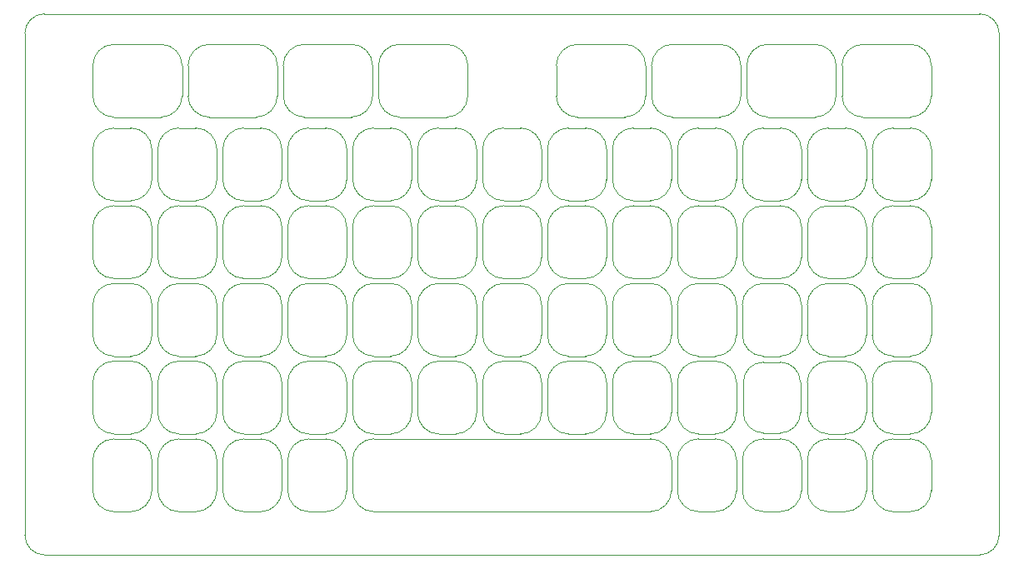
<source format=gbp>
G04*
G04 #@! TF.GenerationSoftware,Altium Limited,Altium Designer,24.6.1 (21)*
G04*
G04 Layer_Color=128*
%FSLAX25Y25*%
%MOIN*%
G70*
G04*
G04 #@! TF.SameCoordinates,2EFCF5D3-F3DF-4BA1-BCA7-63EA5DCA57C7*
G04*
G04*
G04 #@! TF.FilePolarity,Positive*
G04*
G01*
G75*
%ADD10C,0.00394*%
D10*
X261649Y-125197D02*
G03*
X270113Y-116732I-0J8465D01*
G01*
X261649Y-156299D02*
G03*
X270113Y-147835I-0J8465D01*
G01*
X235665Y-125197D02*
G03*
X244129Y-116732I-0J8465D01*
G01*
X246492D02*
G03*
X254956Y-125197I8465J-0D01*
G01*
X270113Y-135630D02*
G03*
X261649Y-127165I-8465J0D01*
G01*
X235665Y-156299D02*
G03*
X244129Y-147835I-0J8465D01*
G01*
Y-135630D02*
G03*
X235665Y-127165I-8465J0D01*
G01*
X254956D02*
G03*
X246492Y-135630I0J-8465D01*
G01*
Y-147835D02*
G03*
X254956Y-156299I8465J-0D01*
G01*
X270113Y-104528D02*
G03*
X261649Y-96063I-8465J0D01*
G01*
Y-94095D02*
G03*
X270113Y-85630I0J8465D01*
G01*
X246492D02*
G03*
X254956Y-94095I8465J0D01*
G01*
X244129Y-104528D02*
G03*
X235665Y-96063I-8465J0D01*
G01*
X254956D02*
G03*
X246492Y-104528I0J-8465D01*
G01*
X235665Y-94095D02*
G03*
X244129Y-85630I0J8465D01*
G01*
X228972Y-127165D02*
G03*
X220507Y-135630I0J-8465D01*
G01*
X220507Y-85630D02*
G03*
X228972Y-94095I8465J0D01*
G01*
X220507Y-116732D02*
G03*
X228972Y-125197I8465J-0D01*
G01*
X220507Y-147835D02*
G03*
X228972Y-156299I8465J-0D01*
G01*
Y-96063D02*
G03*
X220507Y-104528I0J-8465D01*
G01*
X228972Y-33858D02*
G03*
X220507Y-42323I0J-8465D01*
G01*
X254956Y-33858D02*
G03*
X246492Y-42323I0J-8465D01*
G01*
X270113D02*
G03*
X261649Y-33858I-8465J0D01*
G01*
X280940D02*
G03*
X272476Y-42323I0J-8465D01*
G01*
X244129Y-42323D02*
G03*
X235665Y-33858I-8465J0D01*
G01*
X280940Y-64961D02*
G03*
X272476Y-73425I-0J-8465D01*
G01*
X228972Y-64961D02*
G03*
X220507Y-73425I0J-8465D01*
G01*
X261649Y-62992D02*
G03*
X270113Y-54528I0J8465D01*
G01*
X246492D02*
G03*
X254956Y-62992I8465J0D01*
G01*
X270113Y-73425D02*
G03*
X261649Y-64961I-8465J0D01*
G01*
X272476Y-54528D02*
G03*
X280940Y-62992I8465J0D01*
G01*
X254956Y-64961D02*
G03*
X246492Y-73425I0J-8465D01*
G01*
X244129D02*
G03*
X235665Y-64961I-8465J0D01*
G01*
Y-62992D02*
G03*
X244129Y-54528I0J8465D01*
G01*
X220507D02*
G03*
X228972Y-62992I8465J0D01*
G01*
X272476Y-116732D02*
G03*
X280940Y-125197I8465J0D01*
G01*
Y-96063D02*
G03*
X272476Y-104528I0J-8465D01*
G01*
Y-147835D02*
G03*
X280940Y-156299I8465J0D01*
G01*
X272476Y-85630D02*
G03*
X280940Y-94095I8465J0D01*
G01*
X280940Y-127165D02*
G03*
X272476Y-135630I0J-8465D01*
G01*
X287633Y-156299D02*
G03*
X296098Y-147835I0J8465D01*
G01*
Y-135630D02*
G03*
X287633Y-127165I-8465J0D01*
G01*
X296098Y-104528D02*
G03*
X287633Y-96063I-8465J0D01*
G01*
X287633Y-94095D02*
G03*
X296098Y-85630I0J8465D01*
G01*
X287633Y-125197D02*
G03*
X296098Y-116732I0J8465D01*
G01*
Y-42323D02*
G03*
X287633Y-33858I-8465J0D01*
G01*
X287633Y-62992D02*
G03*
X296098Y-54528I0J8465D01*
G01*
Y-73425D02*
G03*
X287633Y-64961I-8465J-0D01*
G01*
X339602Y-94095D02*
G03*
X348066Y-85630I0J8465D01*
G01*
X348066Y-104528D02*
G03*
X339602Y-96063I-8465J0D01*
G01*
Y-125197D02*
G03*
X348066Y-116732I0J8465D01*
G01*
X477988Y-73425D02*
G03*
X469523Y-64961I-8465J-0D01*
G01*
Y-62992D02*
G03*
X477988Y-54528I0J8465D01*
G01*
X469523Y-94095D02*
G03*
X477988Y-85630I0J8465D01*
G01*
X454365Y-85630D02*
G03*
X462830Y-94095I8465J0D01*
G01*
X391570Y-125197D02*
G03*
X400035Y-116732I-0J8465D01*
G01*
X391570Y-94095D02*
G03*
X400035Y-85630I0J8465D01*
G01*
X400035Y-104528D02*
G03*
X391570Y-96063I-8465J0D01*
G01*
X410862Y-96063D02*
G03*
X402397Y-104528I0J-8465D01*
G01*
Y-116732D02*
G03*
X410862Y-125197I8465J0D01*
G01*
X402397Y-85630D02*
G03*
X410862Y-94095I8465J0D01*
G01*
X313617Y-62992D02*
G03*
X322082Y-54528I0J8465D01*
G01*
Y-73425D02*
G03*
X313617Y-64961I-8465J-0D01*
G01*
X322082Y-104528D02*
G03*
X313617Y-96063I-8465J0D01*
G01*
Y-125197D02*
G03*
X322082Y-116732I0J8465D01*
G01*
X313617Y-94095D02*
G03*
X322082Y-85630I0J8465D01*
G01*
X324444Y-116732D02*
G03*
X332909Y-125197I8465J0D01*
G01*
X324444Y-85630D02*
G03*
X332909Y-94095I8465J0D01*
G01*
X332909Y-96063D02*
G03*
X324444Y-104528I0J-8465D01*
G01*
X462830Y-96063D02*
G03*
X454365Y-104528I0J-8465D01*
G01*
X469523Y-125197D02*
G03*
X477988Y-116732I0J8465D01*
G01*
Y-104528D02*
G03*
X469523Y-96063I-8465J0D01*
G01*
X454365Y-116732D02*
G03*
X462830Y-125197I8465J0D01*
G01*
X402397Y-54528D02*
G03*
X410862Y-62992I8465J0D01*
G01*
X400035Y-73425D02*
G03*
X391570Y-64961I-8465J0D01*
G01*
X410862Y-64961D02*
G03*
X402397Y-73425I-0J-8465D01*
G01*
X391570Y-62992D02*
G03*
X400035Y-54528I0J8465D01*
G01*
X443539Y-125197D02*
G03*
X452003Y-116732I0J8465D01*
G01*
X417555Y-94095D02*
G03*
X426019Y-85630I0J8465D01*
G01*
X428381D02*
G03*
X436846Y-94095I8465J0D01*
G01*
X443539Y-94095D02*
G03*
X452003Y-85630I0J8465D01*
G01*
X426019Y-104528D02*
G03*
X417555Y-96063I-8465J0D01*
G01*
X452003Y-104528D02*
G03*
X443539Y-96063I-8465J0D01*
G01*
X428381Y-116732D02*
G03*
X436846Y-125197I8465J0D01*
G01*
Y-96063D02*
G03*
X428381Y-104528I0J-8465D01*
G01*
X417555Y-125197D02*
G03*
X426019Y-116732I0J8465D01*
G01*
X428381Y-54528D02*
G03*
X436846Y-62992I8465J0D01*
G01*
Y-64961D02*
G03*
X428381Y-73425I-0J-8465D01*
G01*
X452003D02*
G03*
X443539Y-64961I-8465J-0D01*
G01*
X462830D02*
G03*
X454365Y-73425I-0J-8465D01*
G01*
Y-54528D02*
G03*
X462830Y-62992I8465J0D01*
G01*
X426019Y-73425D02*
G03*
X417555Y-64961I-8465J-0D01*
G01*
X443539Y-62992D02*
G03*
X452003Y-54528I0J8465D01*
G01*
X417555Y-62992D02*
G03*
X426019Y-54528I0J8465D01*
G01*
X350429Y-54528D02*
G03*
X358893Y-62992I8465J0D01*
G01*
Y-64961D02*
G03*
X350429Y-73425I0J-8465D01*
G01*
X339602Y-62992D02*
G03*
X348066Y-54528I0J8465D01*
G01*
X332909Y-64961D02*
G03*
X324444Y-73425I-0J-8465D01*
G01*
Y-54528D02*
G03*
X332909Y-62992I8465J0D01*
G01*
X348066Y-73425D02*
G03*
X339602Y-64961I-8465J-0D01*
G01*
X365586Y-125197D02*
G03*
X374051Y-116732I-0J8465D01*
G01*
X376413D02*
G03*
X384877Y-125197I8465J-0D01*
G01*
X358893Y-96063D02*
G03*
X350429Y-104528I0J-8465D01*
G01*
X374051D02*
G03*
X365586Y-96063I-8465J0D01*
G01*
X384877Y-96063D02*
G03*
X376413Y-104528I0J-8465D01*
G01*
X350429Y-85630D02*
G03*
X358893Y-94095I8465J0D01*
G01*
X350429Y-116732D02*
G03*
X358893Y-125197I8465J-0D01*
G01*
X374051Y-73425D02*
G03*
X365586Y-64961I-8465J0D01*
G01*
X376413Y-85630D02*
G03*
X384877Y-94095I8465J0D01*
G01*
X376413Y-54528D02*
G03*
X384877Y-62992I8465J0D01*
G01*
Y-64961D02*
G03*
X376413Y-73425I0J-8465D01*
G01*
X365586Y-94095D02*
G03*
X374051Y-85630I0J8465D01*
G01*
X365586Y-62992D02*
G03*
X374051Y-54528I0J8465D01*
G01*
X298460Y-85630D02*
G03*
X306925Y-94095I8465J0D01*
G01*
X298460Y-54528D02*
G03*
X306925Y-62992I8465J0D01*
G01*
Y-64961D02*
G03*
X298460Y-73425I-0J-8465D01*
G01*
Y-116732D02*
G03*
X306925Y-125197I8465J0D01*
G01*
Y-96063D02*
G03*
X298460Y-104528I0J-8465D01*
G01*
X410862Y-158268D02*
G03*
X402397Y-166732I0J-8465D01*
G01*
X374051Y-166732D02*
G03*
X365586Y-158268I-8465J0D01*
G01*
X426019Y-166732D02*
G03*
X417555Y-158268I-8465J0D01*
G01*
X384877D02*
G03*
X376413Y-166732I0J-8465D01*
G01*
X400035Y-166732D02*
G03*
X391570Y-158268I-8465J0D01*
G01*
X384877Y-127165D02*
G03*
X376413Y-135630I0J-8465D01*
G01*
X358893Y-127165D02*
G03*
X350429Y-135630I0J-8465D01*
G01*
X374051D02*
G03*
X365586Y-127165I-8465J0D01*
G01*
X417555Y-155905D02*
G03*
X425625Y-147835I0J8071D01*
G01*
Y-135630D02*
G03*
X417555Y-127559I-8071J0D01*
G01*
X391570Y-156299D02*
G03*
X400035Y-147835I-0J8465D01*
G01*
X402791D02*
G03*
X410862Y-155905I8071J0D01*
G01*
X400035Y-135630D02*
G03*
X391570Y-127165I-8465J0D01*
G01*
X410862Y-127559D02*
G03*
X402791Y-135630I0J-8071D01*
G01*
X436846Y-158268D02*
G03*
X428381Y-166732I0J-8465D01*
G01*
X452003D02*
G03*
X443539Y-158268I-8465J0D01*
G01*
X436846Y-127165D02*
G03*
X428381Y-135630I0J-8465D01*
G01*
X443539Y-156299D02*
G03*
X452003Y-147835I0J8465D01*
G01*
Y-135630D02*
G03*
X443539Y-127165I-8465J0D01*
G01*
X428381Y-147835D02*
G03*
X436846Y-156299I8465J0D01*
G01*
X332909Y-127165D02*
G03*
X324444Y-135630I0J-8465D01*
G01*
X348066D02*
G03*
X339602Y-127165I-8465J0D01*
G01*
X322082Y-135630D02*
G03*
X313617Y-127165I-8465J0D01*
G01*
X306925D02*
G03*
X298460Y-135630I0J-8465D01*
G01*
Y-147835D02*
G03*
X306925Y-156299I8465J0D01*
G01*
X313617D02*
G03*
X322082Y-147835I0J8465D01*
G01*
X324444D02*
G03*
X332909Y-156299I8465J0D01*
G01*
X365586D02*
G03*
X374051Y-147835I-0J8465D01*
G01*
X339602Y-156299D02*
G03*
X348066Y-147835I0J8465D01*
G01*
X350429Y-147835D02*
G03*
X358893Y-156299I8465J-0D01*
G01*
X376413Y-147835D02*
G03*
X384877Y-156299I8465J-0D01*
G01*
X177003Y-158268D02*
G03*
X168539Y-166732I0J-8465D01*
G01*
X192161D02*
G03*
X183696Y-158268I-8465J0D01*
G01*
X142554Y-147835D02*
G03*
X151019Y-156299I8465J0D01*
G01*
Y-127165D02*
G03*
X142554Y-135630I0J-8465D01*
G01*
Y-116732D02*
G03*
X151019Y-125197I8465J0D01*
G01*
X166176Y-166732D02*
G03*
X157712Y-158268I-8465J0D01*
G01*
X151019D02*
G03*
X142554Y-166732I0J-8465D01*
G01*
X244129Y-166732D02*
G03*
X235665Y-158268I-8465J0D01*
G01*
X254956D02*
G03*
X246492Y-166732I0J-8465D01*
G01*
X202988Y-158268D02*
G03*
X194523Y-166732I0J-8465D01*
G01*
X218145D02*
G03*
X209681Y-158268I-8465J0D01*
G01*
X228972Y-158268D02*
G03*
X220507Y-166732I0J-8465D01*
G01*
X246492Y-178937D02*
G03*
X254956Y-187402I8465J-0D01*
G01*
X142554Y-178937D02*
G03*
X151019Y-187402I8465J0D01*
G01*
X157712D02*
G03*
X166176Y-178937I0J8465D01*
G01*
X235665Y-187402D02*
G03*
X244129Y-178937I-0J8465D01*
G01*
X376413D02*
G03*
X384877Y-187402I8465J-0D01*
G01*
X365586Y-187402D02*
G03*
X374051Y-178937I-0J8465D01*
G01*
X477988Y-166732D02*
G03*
X469523Y-158268I-8465J0D01*
G01*
Y-187402D02*
G03*
X477988Y-178937I0J8465D01*
G01*
X443539Y-187402D02*
G03*
X452003Y-178937I0J8465D01*
G01*
X454365D02*
G03*
X462830Y-187402I8465J0D01*
G01*
X428381Y-178937D02*
G03*
X436846Y-187402I8465J0D01*
G01*
X462830Y-158268D02*
G03*
X454365Y-166732I0J-8465D01*
G01*
X220507Y-178937D02*
G03*
X228972Y-187402I8465J-0D01*
G01*
X209681Y-187402D02*
G03*
X218145Y-178937I0J8465D01*
G01*
X194523D02*
G03*
X202988Y-187402I8465J0D01*
G01*
X168539Y-178937D02*
G03*
X177003Y-187402I8465J0D01*
G01*
X183696D02*
G03*
X192161Y-178937I0J8465D01*
G01*
X142554Y-54528D02*
G03*
X151019Y-62992I8465J0D01*
G01*
X151019Y-96063D02*
G03*
X142554Y-104528I0J-8465D01*
G01*
Y-85630D02*
G03*
X151019Y-94095I8465J0D01*
G01*
Y-64961D02*
G03*
X142554Y-73425I-0J-8465D01*
G01*
X477988Y-135630D02*
G03*
X469523Y-127165I-8465J0D01*
G01*
X454365Y-147835D02*
G03*
X462830Y-156299I8465J0D01*
G01*
X469523D02*
G03*
X477988Y-147835I0J8465D01*
G01*
X462830Y-127165D02*
G03*
X454365Y-135630I0J-8465D01*
G01*
X402397Y-178937D02*
G03*
X410862Y-187402I8465J0D01*
G01*
X391570Y-187402D02*
G03*
X400035Y-178937I-0J8465D01*
G01*
X417555Y-187402D02*
G03*
X426019Y-178937I0J8465D01*
G01*
X202988Y-127165D02*
G03*
X194523Y-135630I0J-8465D01*
G01*
Y-116732D02*
G03*
X202988Y-125197I8465J0D01*
G01*
X209681Y-156299D02*
G03*
X218145Y-147835I0J8465D01*
G01*
X209681Y-125197D02*
G03*
X218145Y-116732I0J8465D01*
G01*
Y-135630D02*
G03*
X209681Y-127165I-8465J0D01*
G01*
X194523Y-147835D02*
G03*
X202988Y-156299I8465J0D01*
G01*
X194523Y-85630D02*
G03*
X202988Y-94095I8465J0D01*
G01*
Y-96063D02*
G03*
X194523Y-104528I0J-8465D01*
G01*
X218145D02*
G03*
X209681Y-96063I-8465J0D01*
G01*
Y-94095D02*
G03*
X218145Y-85630I0J8465D01*
G01*
X183696Y-94095D02*
G03*
X192161Y-85630I0J8465D01*
G01*
X192161Y-135630D02*
G03*
X183696Y-127165I-8465J0D01*
G01*
Y-156299D02*
G03*
X192161Y-147835I0J8465D01*
G01*
Y-104528D02*
G03*
X183696Y-96063I-8465J0D01*
G01*
Y-125197D02*
G03*
X192161Y-116732I0J8465D01*
G01*
X202988Y-33858D02*
G03*
X194523Y-42323I0J-8465D01*
G01*
X218145D02*
G03*
X209681Y-33858I-8465J0D01*
G01*
Y-62992D02*
G03*
X218145Y-54528I0J8465D01*
G01*
X192161Y-73425D02*
G03*
X183696Y-64961I-8465J-0D01*
G01*
Y-62992D02*
G03*
X192161Y-54528I0J8465D01*
G01*
X192161Y-42323D02*
G03*
X183696Y-33858I-8465J0D01*
G01*
X218145Y-73425D02*
G03*
X209681Y-64961I-8465J-0D01*
G01*
X202988D02*
G03*
X194523Y-73425I-0J-8465D01*
G01*
Y-54528D02*
G03*
X202988Y-62992I8465J0D01*
G01*
X168539Y-85630D02*
G03*
X177003Y-94095I8465J0D01*
G01*
X168539Y-147835D02*
G03*
X177003Y-156299I8465J0D01*
G01*
Y-127165D02*
G03*
X168539Y-135630I0J-8465D01*
G01*
X177003Y-96063D02*
G03*
X168539Y-104528I0J-8465D01*
G01*
Y-116732D02*
G03*
X177003Y-125197I8465J0D01*
G01*
X166176Y-42323D02*
G03*
X157712Y-33858I-8465J0D01*
G01*
X168539Y-54528D02*
G03*
X177003Y-62992I8465J0D01*
G01*
Y-64961D02*
G03*
X168539Y-73425I-0J-8465D01*
G01*
X177003Y-33858D02*
G03*
X168539Y-42323I0J-8465D01*
G01*
X166176Y-73425D02*
G03*
X157712Y-64961I-8465J-0D01*
G01*
Y-62992D02*
G03*
X166176Y-54528I0J8465D01*
G01*
X157712Y-94095D02*
G03*
X166176Y-85630I0J8465D01*
G01*
X166176Y-104528D02*
G03*
X157712Y-96063I-8465J0D01*
G01*
Y-125197D02*
G03*
X166176Y-116732I0J8465D01*
G01*
X157712Y-156299D02*
G03*
X166176Y-147835I0J8465D01*
G01*
Y-135630D02*
G03*
X157712Y-127165I-8465J0D01*
G01*
X442259Y-21063D02*
G03*
X450724Y-29528I8465J0D01*
G01*
X431432D02*
G03*
X439897Y-21063I0J8465D01*
G01*
X469523Y-29528D02*
G03*
X477988Y-21063I0J8465D01*
G01*
X327988Y-21063D02*
G03*
X336468Y-29528I8465J-0D01*
G01*
X355251D02*
G03*
X363716Y-21063I0J8465D01*
G01*
X292554Y-8858D02*
G03*
X284074Y-394I-8465J0D01*
G01*
X284089Y-29528D02*
G03*
X292554Y-21063I1J8465D01*
G01*
X401806Y-8858D02*
G03*
X393342Y-394I-8465J-0D01*
G01*
X412633D02*
G03*
X404169Y-8858I-0J-8465D01*
G01*
X374543Y-394D02*
G03*
X366078Y-8858I-0J-8465D01*
G01*
X439897D02*
G03*
X431432Y-394I-8465J-0D01*
G01*
X450724D02*
G03*
X442259Y-8858I-0J-8465D01*
G01*
X363716Y-8858D02*
G03*
X355267Y-394I-8465J0D01*
G01*
X477988Y-8858D02*
G03*
X469523Y-394I-8465J-0D01*
G01*
X336453Y-394D02*
G03*
X327988Y-8858I-1J-8465D01*
G01*
X348066Y-42323D02*
G03*
X339602Y-33858I-8465J0D01*
G01*
X358893D02*
G03*
X350429Y-42323I0J-8465D01*
G01*
X322082Y-42323D02*
G03*
X313617Y-33858I-8465J0D01*
G01*
X306925D02*
G03*
X298460Y-42323I0J-8465D01*
G01*
X332909Y-33858D02*
G03*
X324444Y-42323I0J-8465D01*
G01*
X265291Y-394D02*
G03*
X256826Y-8858I0J-8465D01*
G01*
Y-21063D02*
G03*
X265275Y-29528I8465J0D01*
G01*
X245999Y-29528D02*
G03*
X254464Y-21063I0J8465D01*
G01*
X227200Y-394D02*
G03*
X218736Y-8858I-0J-8465D01*
G01*
X254464D02*
G03*
X245999Y-394I-8465J-0D01*
G01*
X218736Y-21063D02*
G03*
X227200Y-29528I8465J0D01*
G01*
X400035Y-42323D02*
G03*
X391570Y-33858I-8465J0D01*
G01*
X384877Y-33858D02*
G03*
X376413Y-42323I0J-8465D01*
G01*
X374051D02*
G03*
X365586Y-33858I-8465J0D01*
G01*
X366078Y-21063D02*
G03*
X374543Y-29528I8465J0D01*
G01*
X410862Y-33858D02*
G03*
X402397Y-42323I0J-8465D01*
G01*
X404169Y-21063D02*
G03*
X412633Y-29528I8465J0D01*
G01*
X393342D02*
G03*
X401806Y-21063I0J8465D01*
G01*
X180645D02*
G03*
X189110Y-29528I8465J0D01*
G01*
X207909D02*
G03*
X216373Y-21063I0J8465D01*
G01*
X178283Y-8858D02*
G03*
X169818Y-394I-8465J-0D01*
G01*
Y-29528D02*
G03*
X178283Y-21063I0J8465D01*
G01*
X216373Y-8858D02*
G03*
X207909Y-394I-8465J-0D01*
G01*
X189110D02*
G03*
X180645Y-8858I-0J-8465D01*
G01*
X142554Y-21063D02*
G03*
X151019Y-29528I8465J0D01*
G01*
Y-394D02*
G03*
X142554Y-8858I-0J-8465D01*
G01*
X151019Y-33858D02*
G03*
X142554Y-42323I0J-8465D01*
G01*
X426019D02*
G03*
X417555Y-33858I-8465J0D01*
G01*
X452003Y-42323D02*
G03*
X443539Y-33858I-8465J0D01*
G01*
X462830D02*
G03*
X454365Y-42323I0J-8465D01*
G01*
X477988D02*
G03*
X469523Y-33858I-8465J0D01*
G01*
X436846D02*
G03*
X428381Y-42323I0J-8465D01*
G01*
X497259Y-204725D02*
G03*
X505134Y-196850I0J7875D01*
G01*
X115368D02*
G03*
X123243Y-204725I7875J0D01*
G01*
Y11812D02*
G03*
X115368Y3937I0J-7875D01*
G01*
X505134D02*
G03*
X497259Y11812I-7875J0D01*
G01*
X270113Y-147835D02*
Y-135630D01*
X235665Y-125197D02*
X228972D01*
X261649D02*
X254956D01*
X235665Y-156299D02*
X228972D01*
X235665Y-127165D02*
X228972D01*
X261649D02*
X254956D01*
X261649Y-156299D02*
X254956D01*
X246492Y-147835D02*
Y-135630D01*
X244129Y-147835D02*
Y-135630D01*
X270113Y-116732D02*
Y-104528D01*
X261649Y-96063D02*
X254956D01*
X270113Y-85630D02*
Y-73425D01*
X272476Y-85630D02*
Y-73425D01*
X261649Y-94095D02*
X254956D01*
X272476Y-116732D02*
Y-104528D01*
X235665Y-94095D02*
X228972D01*
X246492Y-116732D02*
Y-104528D01*
Y-85630D02*
Y-73425D01*
X244129Y-85630D02*
Y-73425D01*
X235665Y-96063D02*
X228972D01*
X244129Y-116732D02*
Y-104528D01*
X218145Y-147835D02*
Y-135630D01*
X220507Y-116732D02*
Y-104528D01*
Y-147835D02*
Y-135630D01*
Y-85630D02*
Y-73425D01*
X218145Y-85630D02*
Y-73425D01*
Y-116732D02*
Y-104528D01*
X270113Y-54528D02*
Y-42323D01*
X244129Y-54528D02*
Y-42323D01*
X220507Y-54528D02*
Y-42323D01*
X272476Y-54528D02*
Y-42323D01*
X246492Y-54528D02*
Y-42323D01*
X261649Y-33858D02*
X254956D01*
X287633D02*
X280940D01*
X235665D02*
X228972D01*
X287633Y-62992D02*
X280940D01*
X261649Y-64961D02*
X254956D01*
X235665Y-62992D02*
X228972D01*
X261649D02*
X254956D01*
X235665Y-64961D02*
X228972D01*
X287633D02*
X280940D01*
X287633Y-125197D02*
X280940D01*
X287633Y-94095D02*
X280940D01*
X287633Y-127165D02*
X280940D01*
X287633Y-96063D02*
X280940D01*
X287633Y-156299D02*
X280940D01*
X272476Y-147835D02*
Y-135630D01*
X296098Y-54528D02*
Y-42323D01*
Y-116732D02*
Y-104528D01*
Y-147835D02*
Y-135630D01*
Y-85630D02*
Y-73425D01*
X348066Y-85630D02*
Y-73425D01*
X350429Y-85630D02*
Y-73425D01*
X339602Y-94095D02*
X332909D01*
X339602Y-96063D02*
X332909D01*
X348066Y-116732D02*
Y-104528D01*
X339602Y-125197D02*
X332909D01*
X350429Y-116732D02*
Y-104528D01*
X469523Y-64961D02*
X462830D01*
X469523Y-94095D02*
X462830D01*
X469523Y-62992D02*
X462830D01*
X477988Y-85630D02*
Y-73425D01*
X417555Y-94095D02*
X410862D01*
X402397Y-116732D02*
Y-104528D01*
X417555Y-96063D02*
X410862D01*
X400035Y-116732D02*
Y-104528D01*
X417555Y-125197D02*
X410862D01*
X322082Y-116732D02*
Y-104528D01*
Y-85630D02*
Y-73425D01*
X324444Y-85630D02*
Y-73425D01*
Y-116732D02*
Y-104528D01*
X469523Y-96063D02*
X462830D01*
X477988Y-116732D02*
Y-104528D01*
X469523Y-125197D02*
X462830D01*
X454365Y-116732D02*
Y-104528D01*
X417555Y-64961D02*
X410862D01*
X402397Y-85630D02*
Y-73425D01*
X400035Y-85630D02*
Y-73425D01*
X417555Y-62992D02*
X410862D01*
X443539Y-96063D02*
X436846D01*
X443539Y-125197D02*
X436846D01*
X452003Y-116732D02*
Y-104528D01*
X428381Y-116732D02*
Y-104528D01*
X426019Y-116732D02*
Y-104528D01*
X443539Y-94095D02*
X436846D01*
X426019Y-85630D02*
Y-73425D01*
X443539Y-62992D02*
X436846D01*
X428381Y-85630D02*
Y-73425D01*
X454365Y-85630D02*
Y-73425D01*
X443539Y-64961D02*
X436846D01*
X452003Y-85630D02*
Y-73425D01*
X365586Y-62992D02*
X358893D01*
X339602D02*
X332909D01*
X339602Y-64961D02*
X332909D01*
X365586D02*
X358893D01*
X374051Y-116732D02*
Y-104528D01*
X391570Y-96063D02*
X384877D01*
X365586D02*
X358893D01*
X365586Y-94095D02*
X358893D01*
X391570Y-125197D02*
X384877D01*
X365586D02*
X358893D01*
X376413Y-116732D02*
Y-104528D01*
X391570Y-62992D02*
X384877D01*
X391570Y-64961D02*
X384877D01*
X391570Y-94095D02*
X384877D01*
X374051Y-85630D02*
Y-73425D01*
X376413Y-85630D02*
Y-73425D01*
X313617Y-125197D02*
X306925D01*
X298460Y-116732D02*
Y-104528D01*
X313617Y-96063D02*
X306925D01*
X313617Y-94095D02*
X306925D01*
X313617Y-62992D02*
X306925D01*
X313617Y-64961D02*
X306925D01*
X298460Y-85630D02*
Y-73425D01*
X391570Y-156299D02*
X384877D01*
X391570Y-158268D02*
X384877D01*
X400035Y-178937D02*
Y-166732D01*
X417555Y-158268D02*
X410862D01*
X374051Y-178937D02*
Y-166732D01*
X402397Y-178937D02*
Y-166732D01*
X426019Y-178937D02*
Y-166732D01*
X376413Y-178937D02*
Y-166732D01*
X391570Y-127165D02*
X384877D01*
X350429Y-147835D02*
Y-135630D01*
X374051Y-147835D02*
Y-135630D01*
X376413Y-147835D02*
Y-135630D01*
X365586Y-127165D02*
X358893D01*
X425625Y-147835D02*
Y-135630D01*
X417555Y-127559D02*
X410862D01*
X417555Y-155905D02*
X410862D01*
X400035Y-147835D02*
Y-135630D01*
X402791Y-147835D02*
Y-135630D01*
X443539Y-158268D02*
X436846D01*
X443539Y-127165D02*
X436846D01*
X452003Y-178937D02*
Y-166732D01*
X428381Y-178937D02*
Y-166732D01*
X452003Y-147835D02*
Y-135630D01*
X454365Y-178937D02*
Y-166732D01*
X428381Y-147835D02*
Y-135630D01*
X454365Y-147835D02*
Y-135630D01*
X443539Y-156299D02*
X436846D01*
X348066Y-147835D02*
Y-135630D01*
X339602Y-127165D02*
X332909D01*
X313617D02*
X306925D01*
X298460Y-147835D02*
Y-135630D01*
X322082Y-147835D02*
Y-135630D01*
X324444Y-147835D02*
Y-135630D01*
X365586Y-158268D02*
X254956D01*
X313617Y-156299D02*
X306925D01*
X339602D02*
X332909D01*
X365586D02*
X358893D01*
X168539Y-178937D02*
Y-166732D01*
X192161Y-178937D02*
Y-166732D01*
X142554Y-147835D02*
Y-135630D01*
X166176Y-178937D02*
Y-166732D01*
X157712Y-158268D02*
X151019D01*
X183696D02*
X177003D01*
X142554Y-178937D02*
Y-166732D01*
X235665Y-158268D02*
X228972D01*
X209681D02*
X202988D01*
X244129Y-178937D02*
Y-166732D01*
X220507Y-178937D02*
Y-166732D01*
X218145Y-178937D02*
Y-166732D01*
X246492Y-178937D02*
Y-166732D01*
X194523Y-178937D02*
Y-166732D01*
X235665Y-187402D02*
X228972D01*
X142554Y-116732D02*
Y-104528D01*
X157712Y-187402D02*
X151019D01*
X365586D02*
X254956D01*
X391570D02*
X384877D01*
X443539D02*
X436846D01*
X469523Y-158268D02*
X462830D01*
X477988Y-178937D02*
Y-166732D01*
X469523Y-187402D02*
X462830D01*
X209681D02*
X202988D01*
X183696D02*
X177003D01*
X142554Y-85630D02*
Y-73425D01*
X469523Y-156299D02*
X462830D01*
X469523Y-127165D02*
X462830D01*
X477988Y-147835D02*
Y-135630D01*
X417555Y-187402D02*
X410862D01*
X209681Y-127165D02*
X202988D01*
X209681Y-125197D02*
X202988D01*
X209681Y-156299D02*
X202988D01*
X183696Y-96063D02*
X177003D01*
X183696Y-94095D02*
X177003D01*
X183696Y-125197D02*
X177003D01*
X183696Y-127165D02*
X177003D01*
X183696Y-156299D02*
X177003D01*
X209681Y-96063D02*
X202988D01*
X209681Y-94095D02*
X202988D01*
X192161Y-85630D02*
Y-73425D01*
X194523Y-116732D02*
Y-104528D01*
X192161Y-147835D02*
Y-135630D01*
Y-116732D02*
Y-104528D01*
X194523Y-147835D02*
Y-135630D01*
Y-85630D02*
Y-73425D01*
X209681Y-64961D02*
X202988D01*
X192161Y-54528D02*
Y-42323D01*
X209681Y-33858D02*
X202988D01*
X194523Y-54528D02*
Y-42323D01*
X209681Y-62992D02*
X202988D01*
X218145Y-54528D02*
Y-42323D01*
X168539Y-116732D02*
Y-104528D01*
Y-85630D02*
Y-73425D01*
X166176Y-116732D02*
Y-104528D01*
Y-85630D02*
Y-73425D01*
Y-147835D02*
Y-135630D01*
X168539Y-147835D02*
Y-135630D01*
X183696Y-33858D02*
X177003D01*
X183696Y-62992D02*
X177003D01*
X157712D02*
X151019D01*
X183696Y-64961D02*
X177003D01*
X168539Y-54528D02*
Y-42323D01*
X157712Y-33858D02*
X151019D01*
X166176Y-54528D02*
Y-42323D01*
X157712Y-64961D02*
X151019D01*
X157712Y-156299D02*
X151019D01*
X157712Y-125197D02*
X151019D01*
X157712Y-96063D02*
X151019D01*
X157712Y-127165D02*
X151019D01*
X157712Y-94095D02*
X151019D01*
X442259Y-21063D02*
Y-8858D01*
X477988Y-21063D02*
Y-8858D01*
X439897Y-21063D02*
Y-8858D01*
X400035Y-54528D02*
Y-42323D01*
X477988Y-54528D02*
Y-42323D01*
X454365Y-54528D02*
Y-42323D01*
X452003Y-54528D02*
Y-42323D01*
X426019Y-54528D02*
Y-42323D01*
X402397Y-54528D02*
Y-42323D01*
X374051Y-54528D02*
Y-42323D01*
X376413Y-54528D02*
Y-42323D01*
X428381Y-54528D02*
Y-42323D01*
X363716Y-21063D02*
Y-8858D01*
X327988Y-21063D02*
Y-8858D01*
X355251Y-29528D02*
X336468D01*
X284089D02*
X265275Y-29528D01*
X284074Y-394D02*
X265291D01*
X292554Y-21063D02*
Y-8858D01*
X393342Y-394D02*
X374543D01*
X355267Y-394D02*
X336453Y-394D01*
X431432D02*
X412633D01*
X469523D02*
X450724D01*
X365586Y-33858D02*
X358893D01*
X348066Y-54528D02*
Y-42323D01*
X350429Y-54528D02*
Y-42323D01*
X339602Y-33858D02*
X332909D01*
X298460Y-54528D02*
Y-42323D01*
X313617Y-33858D02*
X306925D01*
X324444Y-54528D02*
Y-42323D01*
X322082Y-54528D02*
Y-42323D01*
X245999Y-29528D02*
X227200D01*
X245999Y-394D02*
X227200D01*
X254464Y-21063D02*
Y-8858D01*
X218736Y-21063D02*
Y-8858D01*
X256826Y-21063D02*
Y-8858D01*
X366078Y-21063D02*
Y-8858D01*
X404169Y-21063D02*
Y-8858D01*
X393342Y-29528D02*
X374543D01*
X401806Y-21063D02*
Y-8858D01*
X391570Y-33858D02*
X384877D01*
X207909Y-29528D02*
X189110D01*
X207909Y-394D02*
X189110D01*
X180645Y-21063D02*
Y-8858D01*
X216373Y-21063D02*
Y-8858D01*
X178283Y-21063D02*
Y-8858D01*
X142554Y-54528D02*
Y-42323D01*
X169818Y-394D02*
X151019D01*
X142554Y-21063D02*
Y-8858D01*
X169818Y-29528D02*
X151019D01*
X417555Y-33858D02*
X410862D01*
X469523D02*
X462830D01*
X431432Y-29528D02*
X412633D01*
X469523D02*
X450724D01*
X443539Y-33858D02*
X436846D01*
X505133Y-196850D02*
X505133Y3938D01*
X497260Y-204724D02*
X123243D01*
X115369Y-196850D02*
X115369Y3937D01*
X497260Y11811D02*
X123243D01*
M02*

</source>
